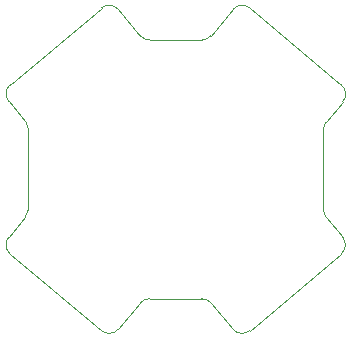
<source format=gbr>
%TF.GenerationSoftware,KiCad,Pcbnew,9.0.3*%
%TF.CreationDate,2025-07-17T11:53:43-06:00*%
%TF.ProjectId,EncoderBoard,456e636f-6465-4724-926f-6172642e6b69,rev?*%
%TF.SameCoordinates,Original*%
%TF.FileFunction,Profile,NP*%
%FSLAX46Y46*%
G04 Gerber Fmt 4.6, Leading zero omitted, Abs format (unit mm)*
G04 Created by KiCad (PCBNEW 9.0.3) date 2025-07-17 11:53:43*
%MOMM*%
%LPD*%
G01*
G04 APERTURE LIST*
%TA.AperFunction,Profile*%
%ADD10C,0.050000*%
%TD*%
G04 APERTURE END LIST*
D10*
X137502361Y-103441165D02*
X137524978Y-100003290D01*
X147789817Y-89050000D02*
G75*
G02*
X147025367Y-88694648I-17J999900D01*
G01*
X164010181Y-107166128D02*
X156264110Y-113659466D01*
X137289184Y-95920609D02*
X135872179Y-94241766D01*
X156264110Y-113659466D02*
G75*
G02*
X154857232Y-113537767I-642410J766366D01*
G01*
X152974650Y-88694663D02*
G75*
G02*
X152210183Y-89049987I-764450J644663D01*
G01*
X147789817Y-89050000D02*
X152210183Y-89050000D01*
X143735890Y-86340534D02*
G75*
G02*
X145142768Y-86462233I642410J-766366D01*
G01*
X152974650Y-88694663D02*
X154857062Y-86462422D01*
X152210183Y-110950000D02*
X147789817Y-110950000D01*
X145142774Y-86462228D02*
X147025350Y-88694663D01*
X164135409Y-105758896D02*
G75*
G02*
X164010203Y-107166155I-767609J-640904D01*
G01*
X135872179Y-94241766D02*
G75*
G02*
X135993964Y-92830435I764321J644966D01*
G01*
X152210183Y-110950000D02*
G75*
G02*
X152974633Y-111305352I17J-999900D01*
G01*
X137525000Y-99996711D02*
X137525000Y-96565608D01*
X154857226Y-113537772D02*
X152974650Y-111305337D01*
X143735890Y-113659466D02*
X135989819Y-107166128D01*
X137525000Y-99996711D02*
G75*
G02*
X137524978Y-100003290I-1081700J311D01*
G01*
X135989819Y-107166128D02*
G75*
G02*
X135864627Y-105758926I642481J766328D01*
G01*
X164159329Y-94266020D02*
X162732923Y-95971505D01*
X137502361Y-103441165D02*
G75*
G02*
X137270030Y-104075466I-999961J6565D01*
G01*
X156264142Y-86340893D02*
X164034864Y-92858273D01*
X145142774Y-113537772D02*
G75*
G02*
X143735885Y-113659472I-764474J644672D01*
G01*
X162500000Y-96613060D02*
G75*
G02*
X162732943Y-95971521I1000000J-40D01*
G01*
X162732356Y-104078317D02*
G75*
G02*
X162499974Y-103437440I767644J640917D01*
G01*
X147025350Y-111305337D02*
G75*
G02*
X147789817Y-110950013I764450J-644663D01*
G01*
X147025350Y-111305337D02*
X145142774Y-113537772D01*
X154857062Y-86462422D02*
G75*
G02*
X156264114Y-86340926I764438J-644678D01*
G01*
X162732356Y-104078317D02*
X164135409Y-105758896D01*
X162500000Y-96613060D02*
X162500000Y-103437440D01*
X137289184Y-95920609D02*
G75*
G02*
X137524995Y-96565608I-764184J-644991D01*
G01*
X135864591Y-105758896D02*
X137270026Y-104075463D01*
X164034864Y-92858273D02*
G75*
G02*
X164159372Y-94266056I-642564J-766227D01*
G01*
X135993945Y-92830412D02*
X143735890Y-86340534D01*
M02*

</source>
